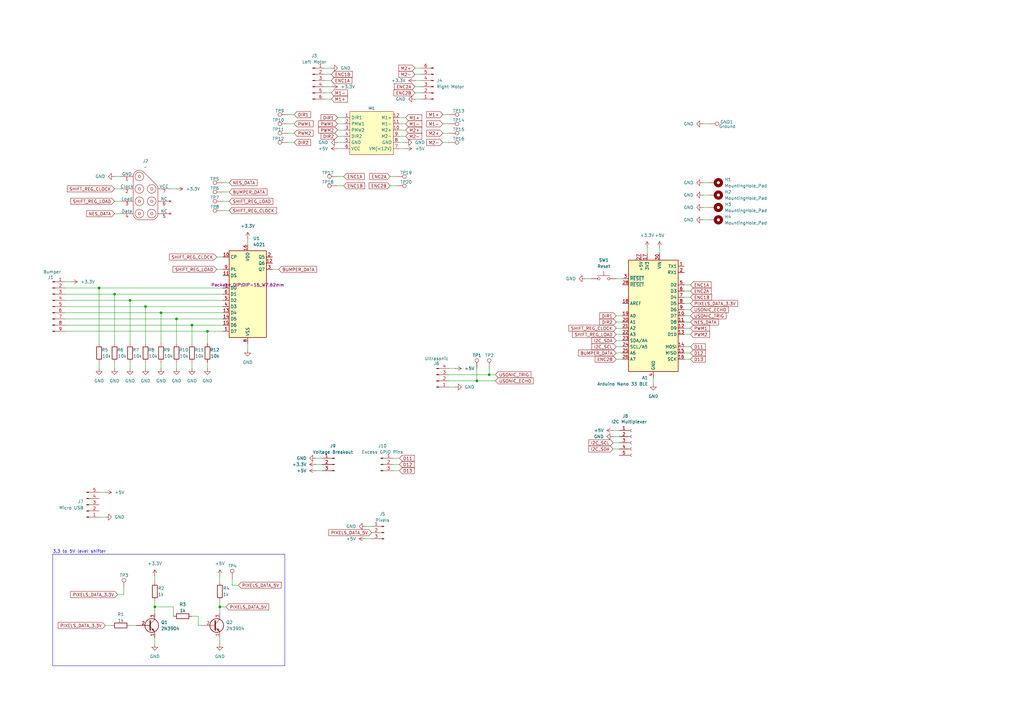
<source format=kicad_sch>
(kicad_sch (version 20231120) (generator "eeschema") (generator_version "8.0")
  (paper "A3")
  (title_block (title "A.L.I.E.N. Main Board") (date "2024-08-13") (rev "1.0") (comment 1 "Designed By: Harry Boyd"))
  (junction (at 40.64 118.11))
  (junction (at 46.99 120.65))
  (junction (at 53.34 123.19))
  (junction (at 195.58 156.21))
  (junction (at 66.04 128.27))
  (junction (at 59.69 125.73))
  (junction (at 85.09 135.89))
  (junction (at 200.66 153.67))
  (junction (at 63.5 248.92))
  (junction (at 90.17 248.92))
  (junction (at 78.74 133.35))
  (junction (at 72.39 130.81))
  (wire (pts (xy 251.46 184.15) (xy 254 184.15)))
  (wire (pts (xy 170.18 30.48) (xy 172.72 30.48)))
  (wire (pts (xy 72.39 148.59) (xy 72.39 151.13)))
  (wire (pts (xy 71.12 248.92) (xy 63.5 248.92)))
  (wire (pts (xy 170.18 33.02) (xy 172.72 33.02)))
  (wire (pts (xy 53.34 123.19) (xy 91.44 123.19)))
  (wire (pts (xy 280.67 121.92) (xy 283.21 121.92)))
  (wire (pts (xy 91.44 82.55) (xy 93.98 82.55)))
  (wire (pts (xy 46.99 120.65) (xy 91.44 120.65)))
  (wire (pts (xy 280.67 132.08) (xy 283.21 132.08)))
  (wire (pts (xy 95.25 240.03) (xy 95.25 237.49)))
  (wire (pts (xy 163.83 190.5) (xy 161.29 190.5)))
  (wire (pts (xy 111.76 110.49) (xy 114.3 110.49)))
  (wire (pts (xy 138.43 60.96) (xy 140.97 60.96)))
  (wire (pts (xy 26.67 115.57) (xy 29.21 115.57)))
  (wire (pts (xy 66.04 128.27) (xy 91.44 128.27)))
  (wire (pts (xy 170.18 38.1) (xy 172.72 38.1)))
  (wire (pts (xy 132.08 193.04) (xy 129.54 193.04)))
  (wire (pts (xy 251.46 181.61) (xy 254 181.61)))
  (wire (pts (xy 240.03 114.3) (xy 242.57 114.3)))
  (wire (pts (xy 26.67 130.81) (xy 72.39 130.81)))
  (wire (pts (xy 149.86 215.9) (xy 152.4 215.9)))
  (wire (pts (xy 184.15 151.13) (xy 186.69 151.13)))
  (wire (pts (xy 50.8 241.3) (xy 50.8 243.84)))
  (wire (pts (xy 283.21 142.24) (xy 280.67 142.24)))
  (wire (pts (xy 46.99 87.63) (xy 49.53 87.63)))
  (wire (pts (xy 251.46 176.53) (xy 254 176.53)))
  (wire (pts (xy 252.73 132.08) (xy 255.27 132.08)))
  (wire (pts (xy 280.67 134.62) (xy 283.21 134.62)))
  (wire (pts (xy 184.15 158.75) (xy 186.69 158.75)))
  (wire (pts (xy 120.65 46.99) (xy 118.11 46.99)))
  (wire (pts (xy 265.43 101.6) (xy 265.43 104.14)))
  (wire (pts (xy 181.61 58.42) (xy 184.15 58.42)))
  (wire (pts (xy 280.67 137.16) (xy 283.21 137.16)))
  (wire (pts (xy 88.9 105.41) (xy 91.44 105.41)))
  (wire (pts (xy 91.44 78.74) (xy 93.98 78.74)))
  (wire (pts (xy 53.34 123.19) (xy 53.34 140.97)))
  (wire (pts (xy 133.35 38.1) (xy 135.89 38.1)))
  (wire (pts (xy 283.21 144.78) (xy 280.67 144.78)))
  (wire (pts (xy 163.83 55.88) (xy 166.37 55.88)))
  (wire (pts (xy 85.09 135.89) (xy 91.44 135.89)))
  (wire (pts (xy 135.89 27.94) (xy 133.35 27.94)))
  (wire (pts (xy 181.61 54.61) (xy 184.15 54.61)))
  (wire (pts (xy 78.74 133.35) (xy 78.74 140.97)))
  (wire (pts (xy 251.46 179.07) (xy 254 179.07)))
  (wire (pts (xy 40.64 201.93) (xy 43.18 201.93)))
  (wire (pts (xy 101.6 140.97) (xy 101.6 143.51)))
  (wire (pts (xy 59.69 148.59) (xy 59.69 151.13)))
  (wire (pts (xy 133.35 30.48) (xy 135.89 30.48)))
  (wire (pts (xy 91.44 86.36) (xy 93.98 86.36)))
  (wire (pts (xy 72.39 130.81) (xy 72.39 140.97)))
  (wire (pts (xy 170.18 27.94) (xy 172.72 27.94)))
  (wire (pts (xy 280.67 129.54) (xy 283.21 129.54)))
  (wire (pts (xy 280.67 124.46) (xy 283.21 124.46)))
  (wire (pts (xy 72.39 130.81) (xy 91.44 130.81)))
  (wire (pts (xy 184.15 156.21) (xy 195.58 156.21)))
  (wire (pts (xy 170.18 40.64) (xy 172.72 40.64)))
  (wire (pts (xy 78.74 133.35) (xy 91.44 133.35)))
  (wire (pts (xy 66.04 148.59) (xy 66.04 151.13)))
  (wire (pts (xy 138.43 48.26) (xy 140.97 48.26)))
  (wire (pts (xy 46.99 77.47) (xy 49.53 77.47)))
  (wire (pts (xy 288.29 90.17) (xy 290.83 90.17)))
  (wire (pts (xy 59.69 125.73) (xy 91.44 125.73)))
  (wire (pts (xy 120.65 50.8) (xy 118.11 50.8)))
  (wire (pts (xy 72.39 77.47) (xy 69.85 77.47)))
  (wire (pts (xy 88.9 110.49) (xy 91.44 110.49)))
  (wire (pts (xy 252.73 144.78) (xy 255.27 144.78)))
  (wire (pts (xy 280.67 127) (xy 283.21 127)))
  (wire (pts (xy 63.5 248.92) (xy 63.5 251.46)))
  (wire (pts (xy 288.29 80.01) (xy 290.83 80.01)))
  (wire (pts (xy 26.67 125.73) (xy 59.69 125.73)))
  (wire (pts (xy 46.99 120.65) (xy 46.99 140.97)))
  (wire (pts (xy 252.73 134.62) (xy 255.27 134.62)))
  (wire (pts (xy 181.61 50.8) (xy 184.15 50.8)))
  (wire (pts (xy 181.61 46.99) (xy 184.15 46.99)))
  (wire (pts (xy 40.64 118.11) (xy 91.44 118.11)))
  (wire (pts (xy 138.43 72.39) (xy 140.97 72.39)))
  (wire (pts (xy 26.67 118.11) (xy 40.64 118.11)))
  (wire (pts (xy 63.5 264.16) (xy 63.5 261.62)))
  (wire (pts (xy 63.5 236.22) (xy 63.5 238.76)))
  (wire (pts (xy 26.67 135.89) (xy 85.09 135.89)))
  (wire (pts (xy 59.69 125.73) (xy 59.69 140.97)))
  (wire (pts (xy 48.26 243.84) (xy 50.8 243.84)))
  (wire (pts (xy 133.35 40.64) (xy 135.89 40.64)))
  (wire (pts (xy 26.67 120.65) (xy 46.99 120.65)))
  (wire (pts (xy 46.99 148.59) (xy 46.99 151.13)))
  (wire (pts (xy 97.79 240.03) (xy 95.25 240.03)))
  (wire (pts (xy 252.73 147.32) (xy 255.27 147.32)))
  (wire (pts (xy 138.43 53.34) (xy 140.97 53.34)))
  (wire (pts (xy 132.08 190.5) (xy 129.54 190.5)))
  (wire (pts (xy 288.29 50.8) (xy 290.83 50.8)))
  (wire (pts (xy 288.29 85.09) (xy 290.83 85.09)))
  (wire (pts (xy 40.64 148.59) (xy 40.64 151.13)))
  (wire (pts (xy 66.04 128.27) (xy 66.04 140.97)))
  (wire (pts (xy 26.67 123.19) (xy 53.34 123.19)))
  (wire (pts (xy 53.34 148.59) (xy 53.34 151.13)))
  (wire (pts (xy 195.58 156.21) (xy 203.2 156.21)))
  (wire (pts (xy 252.73 137.16) (xy 255.27 137.16)))
  (wire (pts (xy 91.44 74.93) (xy 93.98 74.93)))
  (wire (pts (xy 81.28 256.54) (xy 82.55 256.54)))
  (wire (pts (xy 184.15 153.67) (xy 200.66 153.67)))
  (wire (pts (xy 63.5 246.38) (xy 63.5 248.92)))
  (wire (pts (xy 101.6 97.79) (xy 101.6 100.33)))
  (wire (pts (xy 40.64 212.09) (xy 43.18 212.09)))
  (wire (pts (xy 120.65 58.42) (xy 118.11 58.42)))
  (wire (pts (xy 270.51 101.6) (xy 270.51 104.14)))
  (wire (pts (xy 85.09 148.59) (xy 85.09 151.13)))
  (wire (pts (xy 166.37 60.96) (xy 163.83 60.96)))
  (wire (pts (xy 252.73 129.54) (xy 255.27 129.54)))
  (wire (pts (xy 135.89 35.56) (xy 133.35 35.56)))
  (wire (pts (xy 163.83 187.96) (xy 161.29 187.96)))
  (wire (pts (xy 26.67 128.27) (xy 66.04 128.27)))
  (wire (pts (xy 162.56 72.39) (xy 160.02 72.39)))
  (wire (pts (xy 46.99 82.55) (xy 49.53 82.55)))
  (wire (pts (xy 280.67 116.84) (xy 283.21 116.84)))
  (wire (pts (xy 163.83 53.34) (xy 166.37 53.34)))
  (wire (pts (xy 90.17 264.16) (xy 90.17 261.62)))
  (wire (pts (xy 26.67 133.35) (xy 78.74 133.35)))
  (wire (pts (xy 252.73 139.7) (xy 255.27 139.7)))
  (wire (pts (xy 162.56 76.2) (xy 160.02 76.2)))
  (wire (pts (xy 43.18 256.54) (xy 45.72 256.54)))
  (wire (pts (xy 163.83 58.42) (xy 166.37 58.42)))
  (wire (pts (xy 166.37 48.26) (xy 163.83 48.26)))
  (wire (pts (xy 138.43 50.8) (xy 140.97 50.8)))
  (wire (pts (xy 78.74 252.73) (xy 81.28 252.73)))
  (wire (pts (xy 163.83 193.04) (xy 161.29 193.04)))
  (wire (pts (xy 203.2 153.67) (xy 200.66 153.67)))
  (wire (pts (xy 267.97 154.94) (xy 267.97 157.48)))
  (wire (pts (xy 252.73 142.24) (xy 255.27 142.24)))
  (wire (pts (xy 133.35 33.02) (xy 135.89 33.02)))
  (wire (pts (xy 163.83 50.8) (xy 166.37 50.8)))
  (wire (pts (xy 90.17 248.92) (xy 90.17 251.46)))
  (wire (pts (xy 255.27 114.3) (xy 252.73 114.3)))
  (wire (pts (xy 200.66 151.13) (xy 200.66 153.67)))
  (wire (pts (xy 120.65 54.61) (xy 118.11 54.61)))
  (wire (pts (xy 46.99 72.39) (xy 49.53 72.39)))
  (wire (pts (xy 81.28 252.73) (xy 81.28 256.54)))
  (wire (pts (xy 132.08 187.96) (xy 129.54 187.96)))
  (wire (pts (xy 92.71 248.92) (xy 90.17 248.92)))
  (wire (pts (xy 283.21 147.32) (xy 280.67 147.32)))
  (wire (pts (xy 195.58 151.13) (xy 195.58 156.21)))
  (wire (pts (xy 40.64 118.11) (xy 40.64 140.97)))
  (wire (pts (xy 90.17 246.38) (xy 90.17 248.92)))
  (wire (pts (xy 85.09 135.89) (xy 85.09 140.97)))
  (wire (pts (xy 280.67 119.38) (xy 283.21 119.38)))
  (wire (pts (xy 138.43 58.42) (xy 140.97 58.42)))
  (wire (pts (xy 149.86 220.98) (xy 152.4 220.98)))
  (wire (pts (xy 288.29 74.93) (xy 290.83 74.93)))
  (wire (pts (xy 138.43 76.2) (xy 140.97 76.2)))
  (wire (pts (xy 71.12 248.92) (xy 71.12 252.73)))
  (wire (pts (xy 78.74 148.59) (xy 78.74 151.13)))
  (wire (pts (xy 138.43 55.88) (xy 140.97 55.88)))
  (wire (pts (xy 90.17 236.22) (xy 90.17 238.76)))
  (wire (pts (xy 53.34 256.54) (xy 55.88 256.54)))
  (wire (pts (xy 170.18 35.56) (xy 172.72 35.56)))
  (rectangle (start 21.59 227.33) (end 116.84 273.05))
  (text "3.3 to 5V level shifter\n" (at 32.512 226.314 0) (effects (font (size 1.27 1.27))))
  (global_label "D12" (shape input) (at 163.83 190.5 0) (property "Intersheetrefs" "${INTERSHEET_REFS}" (effects (hide yes))))
  (global_label "PIXELS_DATA_3.3V" (shape input) (at 283.21 124.46 0) (property "Intersheetrefs" "${INTERSHEET_REFS}" (effects (hide yes))))
  (global_label "ENC1A" (shape input) (at 135.89 33.02 0) (property "Intersheetrefs" "${INTERSHEET_REFS}" (effects (hide yes))))
  (global_label "D13" (shape input) (at 283.21 147.32 0) (property "Intersheetrefs" "${INTERSHEET_REFS}" (effects (hide yes))))
  (global_label "M2+" (shape input) (at 166.37 53.34 0) (property "Intersheetrefs" "${INTERSHEET_REFS}" (effects (hide yes))))
  (global_label "DIR1" (shape input) (at 120.65 46.99 0) (property "Intersheetrefs" "${INTERSHEET_REFS}" (effects (hide yes))))
  (global_label "M2-" (shape input) (at 170.18 30.48 180) (property "Intersheetrefs" "${INTERSHEET_REFS}" (effects (hide yes))))
  (global_label "ENC2A" (shape input) (at 160.02 72.39 180) (property "Intersheetrefs" "${INTERSHEET_REFS}" (effects (hide yes))))
  (global_label "M1-" (shape input) (at 135.89 38.1 0) (property "Intersheetrefs" "${INTERSHEET_REFS}" (effects (hide yes))))
  (global_label "ENC1B" (shape input) (at 140.97 76.2 0) (property "Intersheetrefs" "${INTERSHEET_REFS}" (effects (hide yes))))
  (global_label "BUMPER_DATA" (shape input) (at 114.3 110.49 0) (property "Intersheetrefs" "${INTERSHEET_REFS}" (effects (hide yes))))
  (global_label "ENC1B" (shape input) (at 135.89 30.48 0) (property "Intersheetrefs" "${INTERSHEET_REFS}" (effects (hide yes))))
  (global_label "SHIFT_REG_CLOCK" (shape input) (at 46.99 77.47 180) (property "Intersheetrefs" "${INTERSHEET_REFS}" (effects (hide yes))))
  (global_label "I2C_SDA" (shape input) (at 252.73 139.7 180) (property "Intersheetrefs" "${INTERSHEET_REFS}" (effects (hide yes))))
  (global_label "M2+" (shape input) (at 170.18 27.94 180) (property "Intersheetrefs" "${INTERSHEET_REFS}" (effects (hide yes))))
  (global_label "M2-" (shape input) (at 166.37 55.88 0) (property "Intersheetrefs" "${INTERSHEET_REFS}" (effects (hide yes))))
  (global_label "SHIFT_REG_CLOCK" (shape input) (at 93.98 86.36 0) (property "Intersheetrefs" "${INTERSHEET_REFS}" (effects (hide yes))))
  (global_label "SHIFT_REG_LOAD" (shape input) (at 46.99 82.55 180) (property "Intersheetrefs" "${INTERSHEET_REFS}" (effects (hide yes))))
  (global_label "DIR1" (shape input) (at 252.73 129.54 180) (property "Intersheetrefs" "${INTERSHEET_REFS}" (effects (hide yes))))
  (global_label "DIR2" (shape input) (at 252.73 132.08 180) (property "Intersheetrefs" "${INTERSHEET_REFS}" (effects (hide yes))))
  (global_label "NES_DATA" (shape input) (at 283.21 132.08 0) (property "Intersheetrefs" "${INTERSHEET_REFS}" (effects (hide yes))))
  (global_label "D11" (shape input) (at 283.21 142.24 0) (property "Intersheetrefs" "${INTERSHEET_REFS}" (effects (hide yes))))
  (global_label "PWM2" (shape input) (at 120.65 54.61 0) (property "Intersheetrefs" "${INTERSHEET_REFS}" (effects (hide yes))))
  (global_label "M1-" (shape input) (at 181.61 50.8 180) (property "Intersheetrefs" "${INTERSHEET_REFS}" (effects (hide yes))))
  (global_label "NES_DATA" (shape input) (at 93.98 74.93 0) (property "Intersheetrefs" "${INTERSHEET_REFS}" (effects (hide yes))))
  (global_label "PWM2" (shape input) (at 283.21 137.16 0) (property "Intersheetrefs" "${INTERSHEET_REFS}" (effects (hide yes))))
  (global_label "PWM1" (shape input) (at 120.65 50.8 0) (property "Intersheetrefs" "${INTERSHEET_REFS}" (effects (hide yes))))
  (global_label "USONIC_TRIG" (shape input) (at 203.2 153.67 0) (property "Intersheetrefs" "${INTERSHEET_REFS}" (effects (hide yes))))
  (global_label "I2C_SCL" (shape input) (at 251.46 181.61 180) (property "Intersheetrefs" "${INTERSHEET_REFS}" (effects (hide yes))))
  (global_label "ENC1A" (shape input) (at 283.21 116.84 0) (property "Intersheetrefs" "${INTERSHEET_REFS}" (effects (hide yes))))
  (global_label "PIXELS_DATA_5V" (shape input) (at 97.79 240.03 0) (property "Intersheetrefs" "${INTERSHEET_REFS}" (effects (hide yes))))
  (global_label "SHIFT_REG_LOAD" (shape input) (at 93.98 82.55 0) (property "Intersheetrefs" "${INTERSHEET_REFS}" (effects (hide yes))))
  (global_label "SHIFT_REG_LOAD" (shape input) (at 252.73 137.16 180) (property "Intersheetrefs" "${INTERSHEET_REFS}" (effects (hide yes))))
  (global_label "ENC2B" (shape input) (at 170.18 38.1 180) (property "Intersheetrefs" "${INTERSHEET_REFS}" (effects (hide yes))))
  (global_label "M1+" (shape input) (at 166.37 48.26 0) (property "Intersheetrefs" "${INTERSHEET_REFS}" (effects (hide yes))))
  (global_label "D11" (shape input) (at 163.83 187.96 0) (property "Intersheetrefs" "${INTERSHEET_REFS}" (effects (hide yes))))
  (global_label "PIXELS_DATA_3.3V" (shape input) (at 43.18 256.54 180) (property "Intersheetrefs" "${INTERSHEET_REFS}" (effects (hide yes))))
  (global_label "USONIC_TRIG" (shape input) (at 283.21 129.54 0) (property "Intersheetrefs" "${INTERSHEET_REFS}" (effects (hide yes))))
  (global_label "ENC1A" (shape input) (at 140.97 72.39 0) (property "Intersheetrefs" "${INTERSHEET_REFS}" (effects (hide yes))))
  (global_label "SHIFT_REG_LOAD" (shape input) (at 88.9 110.49 180) (property "Intersheetrefs" "${INTERSHEET_REFS}" (effects (hide yes))))
  (global_label "PIXELS_DATA_5V" (shape input) (at 152.4 218.44 180) (property "Intersheetrefs" "${INTERSHEET_REFS}" (effects (hide yes))))
  (global_label "DIR2" (shape input) (at 120.65 58.42 0) (property "Intersheetrefs" "${INTERSHEET_REFS}" (effects (hide yes))))
  (global_label "ENC2B" (shape input) (at 252.73 147.32 180) (property "Intersheetrefs" "${INTERSHEET_REFS}" (effects (hide yes))))
  (global_label "M2+" (shape input) (at 181.61 54.61 180) (property "Intersheetrefs" "${INTERSHEET_REFS}" (effects (hide yes))))
  (global_label "ENC2A" (shape input) (at 283.21 119.38 0) (property "Intersheetrefs" "${INTERSHEET_REFS}" (effects (hide yes))))
  (global_label "D12" (shape input) (at 283.21 144.78 0) (property "Intersheetrefs" "${INTERSHEET_REFS}" (effects (hide yes))))
  (global_label "PWM1" (shape input) (at 138.43 50.8 180) (property "Intersheetrefs" "${INTERSHEET_REFS}" (effects (hide yes))))
  (global_label "USONIC_ECHO" (shape input) (at 203.2 156.21 0) (property "Intersheetrefs" "${INTERSHEET_REFS}" (effects (hide yes))))
  (global_label "ENC1B" (shape input) (at 283.21 121.92 0) (property "Intersheetrefs" "${INTERSHEET_REFS}" (effects (hide yes))))
  (global_label "M1+" (shape input) (at 181.61 46.99 180) (property "Intersheetrefs" "${INTERSHEET_REFS}" (effects (hide yes))))
  (global_label "PIXELS_DATA_3.3V" (shape input) (at 48.26 243.84 180) (property "Intersheetrefs" "${INTERSHEET_REFS}" (effects (hide yes))))
  (global_label "DIR1" (shape input) (at 138.43 48.26 180) (property "Intersheetrefs" "${INTERSHEET_REFS}" (effects (hide yes))))
  (global_label "SHIFT_REG_CLOCK" (shape input) (at 88.9 105.41 180) (property "Intersheetrefs" "${INTERSHEET_REFS}" (effects (hide yes))))
  (global_label "DIR2" (shape input) (at 138.43 55.88 180) (property "Intersheetrefs" "${INTERSHEET_REFS}" (effects (hide yes))))
  (global_label "USONIC_ECHO" (shape input) (at 283.21 127 0) (property "Intersheetrefs" "${INTERSHEET_REFS}" (effects (hide yes))))
  (global_label "M2-" (shape input) (at 181.61 58.42 180) (property "Intersheetrefs" "${INTERSHEET_REFS}" (effects (hide yes))))
  (global_label "NES_DATA" (shape input) (at 46.99 87.63 180) (property "Intersheetrefs" "${INTERSHEET_REFS}" (effects (hide yes))))
  (global_label "ENC2A" (shape input) (at 170.18 35.56 180) (property "Intersheetrefs" "${INTERSHEET_REFS}" (effects (hide yes))))
  (global_label "M1+" (shape input) (at 135.89 40.64 0) (property "Intersheetrefs" "${INTERSHEET_REFS}" (effects (hide yes))))
  (global_label "ENC2B" (shape input) (at 160.02 76.2 180) (property "Intersheetrefs" "${INTERSHEET_REFS}" (effects (hide yes))))
  (global_label "SHIFT_REG_CLOCK" (shape input) (at 252.73 134.62 180) (property "Intersheetrefs" "${INTERSHEET_REFS}" (effects (hide yes))))
  (global_label "PWM1" (shape input) (at 283.21 134.62 0) (property "Intersheetrefs" "${INTERSHEET_REFS}" (effects (hide yes))))
  (global_label "I2C_SCL" (shape input) (at 252.73 142.24 180) (property "Intersheetrefs" "${INTERSHEET_REFS}" (effects (hide yes))))
  (global_label "M1-" (shape input) (at 166.37 50.8 0) (property "Intersheetrefs" "${INTERSHEET_REFS}" (effects (hide yes))))
  (global_label "BUMPER_DATA" (shape input) (at 93.98 78.74 0) (property "Intersheetrefs" "${INTERSHEET_REFS}" (effects (hide yes))))
  (global_label "PIXELS_DATA_5V" (shape input) (at 92.71 248.92 0) (property "Intersheetrefs" "${INTERSHEET_REFS}" (effects (hide yes))))
  (global_label "D13" (shape input) (at 163.83 193.04 0) (property "Intersheetrefs" "${INTERSHEET_REFS}" (effects (hide yes))))
  (global_label "I2C_SDA" (shape input) (at 251.46 184.15 180) (property "Intersheetrefs" "${INTERSHEET_REFS}" (effects (hide yes))))
  (global_label "BUMPER_DATA" (shape input) (at 252.73 144.78 180) (property "Intersheetrefs" "${INTERSHEET_REFS}" (effects (hide yes))))
  (global_label "PWM2" (shape input) (at 138.43 53.34 180) (property "Intersheetrefs" "${INTERSHEET_REFS}" (effects (hide yes))))
  (symbol (lib_id "power:GND") (at 72.39 151.13 0) (unit 1)
    (property "Reference" "#PWR038" (effects (hide yes)))
    (property "Value" "GND" (at 72.39 156.21 0))
    (property "Description" "Power symbol creates a global label with name \"GND\" , ground" (effects (hide yes)))
  )
  (symbol (lib_id "Connector:TestPoint") (at 91.44 74.93 90) (unit 1)
    (property "Reference" "TP5" (at 89.916 73.406 90) (effects (justify left)))
    (property "Value" "TestPoint" (effects (hide yes)))
    (property "Footprint" "TestPoint:TestPoint_THTPad_D1.0mm_Drill0.5mm" (effects (hide yes)))
    (property "Description" "test point" (effects (hide yes)))
  )
  (symbol (lib_id "power:GND") (at 46.99 72.39 270) (unit 1)
    (property "Reference" "#PWR05" (effects (hide yes)))
    (property "Value" "GND" (at 43.18 72.3899 90) (effects (justify right)))
    (property "Description" "Power symbol creates a global label with name \"GND\" , ground" (effects (hide yes)))
  )
  (symbol (lib_id "power:GND") (at 59.69 151.13 0) (unit 1)
    (property "Reference" "#PWR036" (effects (hide yes)))
    (property "Value" "GND" (at 59.69 156.21 0))
    (property "Description" "Power symbol creates a global label with name \"GND\" , ground" (effects (hide yes)))
  )
  (symbol (lib_id "power:GND") (at 251.46 179.07 270) (unit 1)
    (property "Reference" "#PWR031" (effects (hide yes)))
    (property "Value" "GND" (at 247.65 179.0699 90) (effects (justify right)))
    (property "Description" "Power symbol creates a global label with name \"GND\" , ground" (effects (hide yes)))
  )
  (symbol (lib_id "4xxx:4021") (at 101.6 120.65 0) (unit 1)
    (property "Reference" "U1" (at 103.7941 97.79 0) (effects (justify left)))
    (property "Value" "4021" (at 103.7941 100.33 0) (effects (justify left)))
    (property "Footprint" "Package_DIP:DIP-16_W7.62mm" (at 101.6 116.84 0))
    (property "Datasheet" "https://assets.nexperia.com/documents/data-sheet/HEF4021B.pdf" (effects (hide yes)))
    (property "Description" "8-bit static shift register" (effects (hide yes)))
  )
  (symbol (lib_id "Connector:TestPoint") (at 195.58 151.13 0) (unit 1)
    (property "Reference" "TP1" (at 193.802 145.796 0) (effects (justify left)))
    (property "Value" "TestPoint" (effects (hide yes)))
    (property "Footprint" "TestPoint:TestPoint_THTPad_D1.0mm_Drill0.5mm" (effects (hide yes)))
    (property "Description" "test point" (effects (hide yes)))
  )
  (symbol (lib_id "Connector:TestPoint") (at 290.83 50.8 270) (unit 1)
    (property "Reference" "GND1" (at 295.402 50.038 90) (effects (justify left)))
    (property "Value" "Ground" (at 294.894 51.816 90) (effects (justify left)))
    (property "Footprint" "TestPoint:TestPoint_Bridge_Pitch2.54mm_Drill0.7mm" (effects (hide yes)))
    (property "Description" "test point" (effects (hide yes)))
  )
  (symbol (lib_id "Device:R") (at 85.09 144.78 0) (unit 1)
    (property "Reference" "R12" (at 86.106 143.51 0) (effects (justify left)))
    (property "Value" "10k" (at 86.36 146.05 0) (effects (justify left)))
    (property "Footprint" "Resistor_SMD:R_0402_1005Metric_Pad0.72x0.64mm_HandSolder" (effects (hide yes)))
    (property "Description" "Resistor" (effects (hide yes)))
  )
  (symbol (lib_id "power:+3.3V") (at 101.6 97.79 0) (unit 1)
    (property "Reference" "#PWR02" (effects (hide yes)))
    (property "Value" "+3.3V" (at 101.6 92.71 0))
    (property "Description" "Power symbol creates a global label with name \"+3.3V\"" (effects (hide yes)))
  )
  (symbol (lib_id "power:+3.3V") (at 265.43 101.6 0) (unit 1)
    (property "Reference" "#PWR023" (effects (hide yes)))
    (property "Value" "+3.3V" (at 265.43 96.52 0))
    (property "Description" "Power symbol creates a global label with name \"+3.3V\"" (effects (hide yes)))
  )
  (symbol (lib_id "Connector:Conn_01x06_Pin") (at 177.8 35.56 180) (unit 1)
    (property "Reference" "J4" (at 179.07 33.0199 0) (effects (justify right)))
    (property "Value" "Right Motor" (at 179.07 35.5599 0) (effects (justify right)))
    (property "Footprint" "Connector_PinHeader_2.54mm:PinHeader_1x06_P2.54mm_Horizontal" (effects (hide yes)))
    (property "Description" "Generic connector, single row, 01x06, script generated" (effects (hide yes)))
  )
  (symbol (lib_id "Connector:Conn_01x06_Pin") (at 128.27 33.02 0) (unit 1)
    (property "Reference" "J3" (at 128.905 22.86 0))
    (property "Value" "Left Motor" (at 128.905 25.4 0))
    (property "Footprint" "Connector_PinHeader_2.54mm:PinHeader_1x06_P2.54mm_Horizontal" (effects (hide yes)))
    (property "Description" "Generic connector, single row, 01x06, script generated" (effects (hide yes)))
  )
  (symbol (lib_id "power:+3.3V") (at 72.39 77.47 270) (unit 1)
    (property "Reference" "#PWR01" (effects (hide yes)))
    (property "Value" "+3.3V" (at 76.2 77.4699 90) (effects (justify left)))
    (property "Description" "Power symbol creates a global label with name \"+3.3V\"" (effects (hide yes)))
  )
  (symbol (lib_id "power:GND") (at 90.17 264.16 0) (unit 1)
    (property "Reference" "#PWR026" (effects (hide yes)))
    (property "Value" "GND" (at 90.17 269.24 0))
    (property "Description" "Power symbol creates a global label with name \"GND\" , ground" (effects (hide yes)))
  )
  (symbol (lib_id "Connector:Conn_01x05_Pin") (at 35.56 207.01 0) (mirror x) (unit 1)
    (property "Reference" "J7" (at 34.29 205.7399 0) (effects (justify right)))
    (property "Value" "Micro USB" (at 34.29 208.2799 0) (effects (justify right)))
    (property "Footprint" "Adafruit_1833_Shield:Adafruit_1833_Shield" (effects (hide yes)))
    (property "Description" "Generic connector, single row, 01x05, script generated" (effects (hide yes)))
  )
  (symbol (lib_id "Connector:TestPoint") (at 162.56 76.2 270) (mirror x) (unit 1)
    (property "Reference" "TP20" (at 164.084 74.676 90) (effects (justify left)))
    (property "Value" "TestPoint" (effects (hide yes)))
    (property "Footprint" "TestPoint:TestPoint_THTPad_D1.0mm_Drill0.5mm" (effects (hide yes)))
    (property "Description" "test point" (effects (hide yes)))
  )
  (symbol (lib_id "Connector:Conn_01x03_Pin") (at 157.48 218.44 0) (mirror y) (unit 1)
    (property "Reference" "J5" (at 156.845 210.82 0))
    (property "Value" "Pixels" (at 156.845 213.36 0))
    (property "Footprint" "Connector_PinHeader_2.54mm:PinHeader_1x03_P2.54mm_Vertical" (effects (hide yes)))
    (property "Description" "Generic connector, single row, 01x03, script generated" (effects (hide yes)))
  )
  (symbol (lib_id "power:GND") (at 40.64 151.13 0) (unit 1)
    (property "Reference" "#PWR033" (effects (hide yes)))
    (property "Value" "GND" (at 40.64 156.21 0))
    (property "Description" "Power symbol creates a global label with name \"GND\" , ground" (effects (hide yes)))
  )
  (symbol (lib_id "power:GND") (at 43.18 212.09 90) (unit 1)
    (property "Reference" "#PWR018" (effects (hide yes)))
    (property "Value" "GND" (at 46.99 212.0899 90) (effects (justify right)))
    (property "Description" "Power symbol creates a global label with name \"GND\" , ground" (effects (hide yes)))
  )
  (symbol (lib_id "power:+3.3V") (at 63.5 236.22 0) (unit 1)
    (property "Reference" "#PWR029" (effects (hide yes)))
    (property "Value" "+3.3V" (at 63.5 231.14 0))
    (property "Description" "Power symbol creates a global label with name \"+3.3V\"" (effects (hide yes)))
  )
  (symbol (lib_id "power:+5V") (at 166.37 60.96 270) (unit 1)
    (property "Reference" "#PWR021" (effects (hide yes)))
    (property "Value" "+5V" (at 170.18 60.9599 90) (effects (justify left)))
    (property "Description" "Power symbol creates a global label with name \"+5V\"" (effects (hide yes)))
  )
  (symbol (lib_id "power:GND") (at 85.09 151.13 0) (unit 1)
    (property "Reference" "#PWR040" (effects (hide yes)))
    (property "Value" "GND" (at 85.09 156.21 0))
    (property "Description" "Power symbol creates a global label with name \"GND\" , ground" (effects (hide yes)))
  )
  (symbol (lib_id "Device:R") (at 53.34 144.78 0) (unit 1)
    (property "Reference" "R7" (at 54.356 143.51 0) (effects (justify left)))
    (property "Value" "10k" (at 54.61 146.05 0) (effects (justify left)))
    (property "Footprint" "Resistor_SMD:R_0402_1005Metric_Pad0.72x0.64mm_HandSolder" (effects (hide yes)))
    (property "Description" "Resistor" (effects (hide yes)))
  )
  (symbol (lib_id "Connector:TestPoint") (at 118.11 58.42 90) (unit 1)
    (property "Reference" "TP12" (at 116.586 56.896 90) (effects (justify left)))
    (property "Value" "TestPoint" (effects (hide yes)))
    (property "Footprint" "TestPoint:TestPoint_THTPad_D1.0mm_Drill0.5mm" (effects (hide yes)))
    (property "Description" "test point" (effects (hide yes)))
  )
  (symbol (lib_id "power:+5V") (at 270.51 101.6 0) (unit 1)
    (property "Reference" "#PWR022" (effects (hide yes)))
    (property "Value" "+5V" (at 270.51 96.52 0))
    (property "Description" "Power symbol creates a global label with name \"+5V\"" (effects (hide yes)))
  )
  (symbol (lib_id "Connector:TestPoint") (at 184.15 54.61 270) (mirror x) (unit 1)
    (property "Reference" "TP15" (at 185.674 53.086 90) (effects (justify left)))
    (property "Value" "TestPoint" (effects (hide yes)))
    (property "Footprint" "TestPoint:TestPoint_THTPad_D1.0mm_Drill0.5mm" (effects (hide yes)))
    (property "Description" "test point" (effects (hide yes)))
  )
  (symbol (lib_id "Device:R") (at 49.53 256.54 270) (unit 1)
    (property "Reference" "R1" (at 49.53 251.968 90))
    (property "Value" "1k" (at 49.53 254.508 90))
    (property "Footprint" "Resistor_SMD:R_0402_1005Metric_Pad0.72x0.64mm_HandSolder" (effects (hide yes)))
    (property "Description" "Resistor" (effects (hide yes)))
  )
  (symbol (lib_id "power:GND") (at 78.74 151.13 0) (unit 1)
    (property "Reference" "#PWR039" (effects (hide yes)))
    (property "Value" "GND" (at 78.74 156.21 0))
    (property "Description" "Power symbol creates a global label with name \"GND\" , ground" (effects (hide yes)))
  )
  (symbol (lib_id "Connector:TestPoint") (at 138.43 72.39 90) (unit 1)
    (property "Reference" "TP17" (at 136.906 70.866 90) (effects (justify left)))
    (property "Value" "TestPoint" (effects (hide yes)))
    (property "Footprint" "TestPoint:TestPoint_THTPad_D1.0mm_Drill0.5mm" (effects (hide yes)))
    (property "Description" "test point" (effects (hide yes)))
  )
  (symbol (lib_id "power:GND") (at 240.03 114.3 270) (unit 1)
    (property "Reference" "#PWR032" (effects (hide yes)))
    (property "Value" "GND" (at 236.22 114.2999 90) (effects (justify right)))
    (property "Description" "Power symbol creates a global label with name \"GND\" , ground" (effects (hide yes)))
  )
  (symbol (lib_id "Connector:Conn_01x04_Pin") (at 179.07 156.21 0) (mirror x) (unit 1)
    (property "Reference" "J6" (at 179.07 149.098 0))
    (property "Value" "Ultrasonic" (at 179.07 147.066 0))
    (property "Footprint" "Connector_PinHeader_2.54mm:PinHeader_1x04_P2.54mm_Horizontal" (effects (hide yes)))
    (property "Description" "Generic connector, single row, 01x04, script generated" (effects (hide yes)))
  )
  (symbol (lib_id "power:GND") (at 288.29 85.09 270) (unit 1)
    (property "Reference" "#PWR010" (effects (hide yes)))
    (property "Value" "GND" (at 284.48 85.0899 90) (effects (justify right)))
    (property "Description" "Power symbol creates a global label with name \"GND\" , ground" (effects (hide yes)))
  )
  (symbol (lib_id "Device:R") (at 46.99 144.78 0) (unit 1)
    (property "Reference" "R6" (at 48.006 143.51 0) (effects (justify left)))
    (property "Value" "10k" (at 48.26 146.05 0) (effects (justify left)))
    (property "Footprint" "Resistor_SMD:R_0402_1005Metric_Pad0.72x0.64mm_HandSolder" (effects (hide yes)))
    (property "Description" "Resistor" (effects (hide yes)))
  )
  (symbol (lib_id "power:GND") (at 166.37 58.42 90) (unit 1)
    (property "Reference" "#PWR07" (effects (hide yes)))
    (property "Value" "GND" (at 170.18 58.4199 90) (effects (justify right)))
    (property "Description" "Power symbol creates a global label with name \"GND\" , ground" (effects (hide yes)))
  )
  (symbol (lib_id "power:GND") (at 186.69 158.75 90) (unit 1)
    (property "Reference" "#PWR016" (effects (hide yes)))
    (property "Value" "GND" (at 190.5 158.7499 90) (effects (justify right)))
    (property "Description" "Power symbol creates a global label with name \"GND\" , ground" (effects (hide yes)))
  )
  (symbol (lib_id "Connector:TestPoint") (at 184.15 46.99 270) (mirror x) (unit 1)
    (property "Reference" "TP13" (at 185.674 45.466 90) (effects (justify left)))
    (property "Value" "TestPoint" (effects (hide yes)))
    (property "Footprint" "TestPoint:TestPoint_THTPad_D1.0mm_Drill0.5mm" (effects (hide yes)))
    (property "Description" "test point" (effects (hide yes)))
  )
  (symbol (lib_id "Mechanical:MountingHole_Pad") (at 293.37 90.17 270) (unit 1) (exclude_from_sim yes) (in_bom no)
    (property "Reference" "H4" (at 297.18 88.8999 90) (effects (justify left)))
    (property "Value" "MountingHole_Pad" (at 297.18 91.4399 90) (effects (justify left)))
    (property "Footprint" "MountingHole:MountingHole_2.7mm_M2.5_Pad" (effects (hide yes)))
    (property "Description" "Mounting Hole with connection" (effects (hide yes)))
  )
  (symbol (lib_id "Connector:TestPoint") (at 200.66 151.13 0) (unit 1)
    (property "Reference" "TP2" (at 198.882 145.796 0) (effects (justify left)))
    (property "Value" "TestPoint" (effects (hide yes)))
    (property "Footprint" "TestPoint:TestPoint_THTPad_D1.0mm_Drill0.5mm" (effects (hide yes)))
    (property "Description" "test point" (effects (hide yes)))
  )
  (symbol (lib_id "Connector:Conn_01x03_Pin") (at 137.16 190.5 0) (mirror y) (unit 1)
    (property "Reference" "J9" (at 136.525 182.88 0))
    (property "Value" "Voltage Breakout" (at 136.525 185.42 0))
    (property "Footprint" "Connector_PinHeader_2.54mm:PinHeader_1x03_P2.54mm_Vertical" (effects (hide yes)))
    (property "Description" "Generic connector, single row, 01x03, script generated" (effects (hide yes)))
  )
  (symbol (lib_id "power:+3.3V") (at 170.18 33.02 90) (unit 1)
    (property "Reference" "#PWR015" (effects (hide yes)))
    (property "Value" "+3.3V" (at 166.37 33.0199 90) (effects (justify left)))
    (property "Description" "Power symbol creates a global label with name \"+3.3V\"" (effects (hide yes)))
  )
  (symbol (lib_id "Connector:TestPoint") (at 50.8 241.3 0) (unit 1)
    (property "Reference" "TP3" (at 49.022 235.966 0) (effects (justify left)))
    (property "Value" "TestPoint" (effects (hide yes)))
    (property "Footprint" "TestPoint:TestPoint_THTPad_D1.0mm_Drill0.5mm" (effects (hide yes)))
    (property "Description" "test point" (effects (hide yes)))
  )
  (symbol (lib_id "Device:R") (at 90.17 242.57 0) (unit 1)
    (property "Reference" "R4" (at 91.44 241.3 0) (effects (justify left)))
    (property "Value" "1k" (at 91.44 243.84 0) (effects (justify left)))
    (property "Footprint" "Resistor_SMD:R_0402_1005Metric_Pad0.72x0.64mm_HandSolder" (effects (hide yes)))
    (property "Description" "Resistor" (effects (hide yes)))
  )
  (symbol (lib_id "power:GND") (at 46.99 151.13 0) (unit 1)
    (property "Reference" "#PWR034" (effects (hide yes)))
    (property "Value" "GND" (at 46.99 156.21 0))
    (property "Description" "Power symbol creates a global label with name \"GND\" , ground" (effects (hide yes)))
  )
  (symbol (lib_id "power:GND") (at 101.6 143.51 0) (unit 1)
    (property "Reference" "#PWR03" (effects (hide yes)))
    (property "Value" "GND" (at 101.6 148.59 0))
    (property "Description" "Power symbol creates a global label with name \"GND\" , ground" (effects (hide yes)))
  )
  (symbol (lib_id "DFRobot_DC_Motor_Driver_Shield:DFRobot_DC_Motor_Driver_Shield") (at 152.4 49.53 0) (unit 1)
    (property "Reference" "M1" (at 152.4 44.45 0))
    (property "Value" "~" (at 152.4 44.45 0))
    (property "Footprint" "DFRobot_DC_Motor_Driver_Shield:DFRobot_DC_Motor_Driver_Shield" (effects (hide yes)))
  )
  (symbol (lib_id "Connector:TestPoint") (at 91.44 78.74 90) (unit 1)
    (property "Reference" "TP6" (at 89.916 77.216 90) (effects (justify left)))
    (property "Value" "TestPoint" (effects (hide yes)))
    (property "Footprint" "TestPoint:TestPoint_THTPad_D1.0mm_Drill0.5mm" (effects (hide yes)))
    (property "Description" "test point" (effects (hide yes)))
  )
  (symbol (lib_id "MCU_Module:Arduino_Nano_Every") (at 267.97 129.54 0) (mirror y) (unit 1)
    (property "Reference" "A1" (at 265.7759 154.94 0) (effects (justify left)))
    (property "Value" "Arduino Nano 33 BLE" (at 265.7759 157.48 0) (effects (justify left)))
    (property "Footprint" "Module:Arduino_Nano" (effects (hide yes)))
    (property "Datasheet" "https://content.arduino.cc/assets/NANOEveryV3.0_sch.pdf" (effects (hide yes)))
    (property "Description" "Arduino Nano Every" (effects (hide yes)))
  )
  (symbol (lib_id "power:GND") (at 138.43 58.42 270) (unit 1)
    (property "Reference" "#PWR06" (effects (hide yes)))
    (property "Value" "GND" (at 134.62 58.4199 90) (effects (justify right)))
    (property "Description" "Power symbol creates a global label with name \"GND\" , ground" (effects (hide yes)))
  )
  (symbol (lib_id "power:+5V") (at 138.43 60.96 90) (unit 1)
    (property "Reference" "#PWR020" (effects (hide yes)))
    (property "Value" "+5V" (at 134.62 60.9599 90) (effects (justify left)))
    (property "Description" "Power symbol creates a global label with name \"+5V\"" (effects (hide yes)))
  )
  (symbol (lib_id "Transistor_BJT:2N3904") (at 87.63 256.54 0) (unit 1)
    (property "Reference" "Q2" (at 92.71 255.2699 0) (effects (justify left)))
    (property "Value" "2N3904" (at 92.71 257.8099 0) (effects (justify left)))
    (property "Footprint" "Package_TO_SOT_THT:TO-92_Inline" (effects (hide yes)))
    (property "Datasheet" "https://www.onsemi.com/pub/Collateral/2N3903-D.PDF" (effects (hide yes)))
    (property "Description" "0.2A Ic, 40V Vce, Small Signal NPN Transistor, TO-92" (effects (hide yes)))
  )
  (symbol (lib_id "power:GND") (at 288.29 50.8 270) (unit 1)
    (property "Reference" "#PWR045" (effects (hide yes)))
    (property "Value" "GND" (at 284.48 50.7999 90) (effects (justify right)))
    (property "Description" "Power symbol creates a global label with name \"GND\" , ground" (effects (hide yes)))
  )
  (symbol (lib_id "power:+5V") (at 129.54 193.04 90) (unit 1)
    (property "Reference" "#PWR042" (effects (hide yes)))
    (property "Value" "+5V" (at 125.73 193.0399 90) (effects (justify left)))
    (property "Description" "Power symbol creates a global label with name \"+5V\"" (effects (hide yes)))
  )
  (symbol (lib_id "power:GND") (at 170.18 40.64 270) (unit 1)
    (property "Reference" "#PWR014" (effects (hide yes)))
    (property "Value" "GND" (at 166.37 40.6399 90) (effects (justify right)))
    (property "Description" "Power symbol creates a global label with name \"GND\" , ground" (effects (hide yes)))
  )
  (symbol (lib_id "power:GND") (at 53.34 151.13 0) (unit 1)
    (property "Reference" "#PWR035" (effects (hide yes)))
    (property "Value" "GND" (at 53.34 156.21 0))
    (property "Description" "Power symbol creates a global label with name \"GND\" , ground" (effects (hide yes)))
  )
  (symbol (lib_id "power:+3.3V") (at 129.54 190.5 90) (unit 1)
    (property "Reference" "#PWR04" (effects (hide yes)))
    (property "Value" "+3.3V" (at 125.73 190.4999 90) (effects (justify left)))
    (property "Description" "Power symbol creates a global label with name \"+3.3V\"" (effects (hide yes)))
  )
  (symbol (lib_id "power:GND") (at 63.5 264.16 0) (unit 1)
    (property "Reference" "#PWR027" (effects (hide yes)))
    (property "Value" "GND" (at 63.5 269.24 0))
    (property "Description" "Power symbol creates a global label with name \"GND\" , ground" (effects (hide yes)))
  )
  (symbol (lib_id "power:GND") (at 135.89 27.94 90) (unit 1)
    (property "Reference" "#PWR012" (effects (hide yes)))
    (property "Value" "GND" (at 139.7 27.9399 90) (effects (justify right)))
    (property "Description" "Power symbol creates a global label with name \"GND\" , ground" (effects (hide yes)))
  )
  (symbol (lib_id "power:GND") (at 66.04 151.13 0) (unit 1)
    (property "Reference" "#PWR037" (effects (hide yes)))
    (property "Value" "GND" (at 66.04 156.21 0))
    (property "Description" "Power symbol creates a global label with name \"GND\" , ground" (effects (hide yes)))
  )
  (symbol (lib_id "power:GND") (at 288.29 74.93 270) (unit 1)
    (property "Reference" "#PWR08" (effects (hide yes)))
    (property "Value" "GND" (at 284.48 74.9299 90) (effects (justify right)))
    (property "Description" "Power symbol creates a global label with name \"GND\" , ground" (effects (hide yes)))
  )
  (symbol (lib_id "power:GND") (at 288.29 90.17 270) (unit 1)
    (property "Reference" "#PWR011" (effects (hide yes)))
    (property "Value" "GND" (at 284.48 90.1699 90) (effects (justify right)))
    (property "Description" "Power symbol creates a global label with name \"GND\" , ground" (effects (hide yes)))
  )
  (symbol (lib_id "Connector:TestPoint") (at 91.44 82.55 90) (unit 1)
    (property "Reference" "TP7" (at 89.916 81.026 90) (effects (justify left)))
    (property "Value" "TestPoint" (effects (hide yes)))
    (property "Footprint" "TestPoint:TestPoint_THTPad_D1.0mm_Drill0.5mm" (effects (hide yes)))
    (property "Description" "test point" (effects (hide yes)))
  )
  (symbol (lib_id "Connector:TestPoint") (at 162.56 72.39 270) (mirror x) (unit 1)
    (property "Reference" "TP19" (at 164.084 70.866 90) (effects (justify left)))
    (property "Value" "TestPoint" (effects (hide yes)))
    (property "Footprint" "TestPoint:TestPoint_THTPad_D1.0mm_Drill0.5mm" (effects (hide yes)))
    (property "Description" "test point" (effects (hide yes)))
  )
  (symbol (lib_id "Connector:TestPoint") (at 184.15 58.42 270) (mirror x) (unit 1)
    (property "Reference" "TP16" (at 185.674 56.896 90) (effects (justify left)))
    (property "Value" "TestPoint" (effects (hide yes)))
    (property "Footprint" "TestPoint:TestPoint_THTPad_D1.0mm_Drill0.5mm" (effects (hide yes)))
    (property "Description" "test point" (effects (hide yes)))
  )
  (symbol (lib_id "Connector:TestPoint") (at 95.25 237.49 0) (unit 1)
    (property "Reference" "TP4" (at 93.472 232.156 0) (effects (justify left)))
    (property "Value" "TestPoint" (effects (hide yes)))
    (property "Footprint" "TestPoint:TestPoint_THTPad_D1.0mm_Drill0.5mm" (effects (hide yes)))
    (property "Description" "test point" (effects (hide yes)))
  )
  (symbol (lib_id "Connector:TestPoint") (at 118.11 46.99 90) (unit 1)
    (property "Reference" "TP9" (at 116.586 45.466 90) (effects (justify left)))
    (property "Value" "TestPoint" (effects (hide yes)))
    (property "Footprint" "TestPoint:TestPoint_THTPad_D1.0mm_Drill0.5mm" (effects (hide yes)))
    (property "Description" "test point" (effects (hide yes)))
  )
  (symbol (lib_id "power:+5V") (at 186.69 151.13 270) (unit 1)
    (property "Reference" "#PWR017" (effects (hide yes)))
    (property "Value" "+5V" (at 190.5 151.1299 90) (effects (justify left)))
    (property "Description" "Power symbol creates a global label with name \"+5V\"" (effects (hide yes)))
  )
  (symbol (lib_id "Device:R") (at 63.5 242.57 0) (unit 1)
    (property "Reference" "R2" (at 64.77 241.3 0) (effects (justify left)))
    (property "Value" "1k" (at 64.77 243.84 0) (effects (justify left)))
    (property "Footprint" "Resistor_SMD:R_0402_1005Metric_Pad0.72x0.64mm_HandSolder" (effects (hide yes)))
    (property "Description" "Resistor" (effects (hide yes)))
  )
  (symbol (lib_id "Mechanical:MountingHole_Pad") (at 293.37 85.09 270) (unit 1) (exclude_from_sim yes) (in_bom no)
    (property "Reference" "H3" (at 297.18 83.8199 90) (effects (justify left)))
    (property "Value" "MountingHole_Pad" (at 297.18 86.3599 90) (effects (justify left)))
    (property "Footprint" "MountingHole:MountingHole_2.7mm_M2.5_Pad" (effects (hide yes)))
    (property "Description" "Mounting Hole with connection" (effects (hide yes)))
  )
  (symbol (lib_id "NES_Controller_Port:NES_Controller_Port") (at 59.69 80.01 0) (unit 1)
    (property "Reference" "J2" (at 59.69 66.04 0))
    (property "Value" "~" (at 59.69 68.58 0))
    (property "Footprint" "NES_Controller_Port:NES_Controller_Port" (effects (hide yes)))
    (property "Datasheet" "https://github.com/HBoyd255/nes-controller-port" (effects (hide yes)))
  )
  (symbol (lib_id "Device:R") (at 72.39 144.78 0) (unit 1)
    (property "Reference" "R10" (at 73.406 143.51 0) (effects (justify left)))
    (property "Value" "10k" (at 73.66 146.05 0) (effects (justify left)))
    (property "Footprint" "Resistor_SMD:R_0402_1005Metric_Pad0.72x0.64mm_HandSolder" (effects (hide yes)))
    (property "Description" "Resistor" (effects (hide yes)))
  )
  (symbol (lib_id "power:GND") (at 129.54 187.96 270) (unit 1)
    (property "Reference" "#PWR041" (effects (hide yes)))
    (property "Value" "GND" (at 125.73 187.9599 90) (effects (justify right)))
    (property "Description" "Power symbol creates a global label with name \"GND\" , ground" (effects (hide yes)))
  )
  (symbol (lib_id "Mechanical:MountingHole_Pad") (at 293.37 74.93 270) (unit 1) (exclude_from_sim yes) (in_bom no)
    (property "Reference" "H1" (at 297.18 73.6599 90) (effects (justify left)))
    (property "Value" "MountingHole_Pad" (at 297.18 76.1999 90) (effects (justify left)))
    (property "Footprint" "MountingHole:MountingHole_2.7mm_M2.5_Pad" (effects (hide yes)))
    (property "Description" "Mounting Hole with connection" (effects (hide yes)))
  )
  (symbol (lib_id "Mechanical:MountingHole_Pad") (at 293.37 80.01 270) (unit 1) (exclude_from_sim yes) (in_bom no)
    (property "Reference" "H2" (at 297.18 78.7399 90) (effects (justify left)))
    (property "Value" "MountingHole_Pad" (at 297.18 81.2799 90) (effects (justify left)))
    (property "Footprint" "MountingHole:MountingHole_2.7mm_M2.5_Pad" (effects (hide yes)))
    (property "Description" "Mounting Hole with connection" (effects (hide yes)))
  )
  (symbol (lib_id "Connector:TestPoint") (at 118.11 50.8 90) (unit 1)
    (property "Reference" "TP10" (at 116.586 49.276 90) (effects (justify left)))
    (property "Value" "TestPoint" (effects (hide yes)))
    (property "Footprint" "TestPoint:TestPoint_THTPad_D1.0mm_Drill0.5mm" (effects (hide yes)))
    (property "Description" "test point" (effects (hide yes)))
  )
  (symbol (lib_id "power:+5V") (at 251.46 176.53 90) (unit 1)
    (property "Reference" "#PWR030" (effects (hide yes)))
    (property "Value" "+5V" (at 247.65 176.5299 90) (effects (justify left)))
    (property "Description" "Power symbol creates a global label with name \"+5V\"" (effects (hide yes)))
  )
  (symbol (lib_id "power:+5V") (at 90.17 236.22 0) (unit 1)
    (property "Reference" "#PWR028" (effects (hide yes)))
    (property "Value" "+5V" (at 90.17 231.14 0))
    (property "Description" "Power symbol creates a global label with name \"+5V\"" (effects (hide yes)))
  )
  (symbol (lib_id "Connector:TestPoint") (at 91.44 86.36 90) (unit 1)
    (property "Reference" "TP8" (at 89.916 84.836 90) (effects (justify left)))
    (property "Value" "TestPoint" (effects (hide yes)))
    (property "Footprint" "TestPoint:TestPoint_THTPad_D1.0mm_Drill0.5mm" (effects (hide yes)))
    (property "Description" "test point" (effects (hide yes)))
  )
  (symbol (lib_id "Transistor_BJT:2N3904") (at 60.96 256.54 0) (unit 1)
    (property "Reference" "Q1" (at 66.04 255.2699 0) (effects (justify left)))
    (property "Value" "2N3904" (at 66.04 257.8099 0) (effects (justify left)))
    (property "Footprint" "Package_TO_SOT_THT:TO-92_Inline" (effects (hide yes)))
    (property "Datasheet" "https://www.onsemi.com/pub/Collateral/2N3903-D.PDF" (effects (hide yes)))
    (property "Description" "0.2A Ic, 40V Vce, Small Signal NPN Transistor, TO-92" (effects (hide yes)))
  )
  (symbol (lib_id "Device:R") (at 78.74 144.78 0) (unit 1)
    (property "Reference" "R11" (at 79.756 143.51 0) (effects (justify left)))
    (property "Value" "10k" (at 80.01 146.05 0) (effects (justify left)))
    (property "Footprint" "Resistor_SMD:R_0402_1005Metric_Pad0.72x0.64mm_HandSolder" (effects (hide yes)))
    (property "Description" "Resistor" (effects (hide yes)))
  )
  (symbol (lib_id "Connector:TestPoint") (at 184.15 50.8 270) (mirror x) (unit 1)
    (property "Reference" "TP14" (at 185.674 49.276 90) (effects (justify left)))
    (property "Value" "TestPoint" (effects (hide yes)))
    (property "Footprint" "TestPoint:TestPoint_THTPad_D1.0mm_Drill0.5mm" (effects (hide yes)))
    (property "Description" "test point" (effects (hide yes)))
  )
  (symbol (lib_id "Device:R") (at 59.69 144.78 0) (unit 1)
    (property "Reference" "R8" (at 60.706 143.51 0) (effects (justify left)))
    (property "Value" "10k" (at 60.96 146.05 0) (effects (justify left)))
    (property "Footprint" "Resistor_SMD:R_0402_1005Metric_Pad0.72x0.64mm_HandSolder" (effects (hide yes)))
    (property "Description" "Resistor" (effects (hide yes)))
  )
  (symbol (lib_id "power:GND") (at 288.29 80.01 270) (unit 1)
    (property "Reference" "#PWR09" (effects (hide yes)))
    (property "Value" "GND" (at 284.48 80.0099 90) (effects (justify right)))
    (property "Description" "Power symbol creates a global label with name \"GND\" , ground" (effects (hide yes)))
  )
  (symbol (lib_id "power:GND") (at 149.86 215.9 270) (unit 1)
    (property "Reference" "#PWR024" (effects (hide yes)))
    (property "Value" "GND" (at 146.05 215.8999 90) (effects (justify right)))
    (property "Description" "Power symbol creates a global label with name \"GND\" , ground" (effects (hide yes)))
  )
  (symbol (lib_id "power:GND") (at 267.97 157.48 0) (unit 1)
    (property "Reference" "#PWR044" (effects (hide yes)))
    (property "Value" "GND" (at 267.97 162.56 0))
    (property "Description" "Power symbol creates a global label with name \"GND\" , ground" (effects (hide yes)))
  )
  (symbol (lib_id "Connector:TestPoint") (at 118.11 54.61 90) (unit 1)
    (property "Reference" "TP11" (at 116.586 53.086 90) (effects (justify left)))
    (property "Value" "TestPoint" (effects (hide yes)))
    (property "Footprint" "TestPoint:TestPoint_THTPad_D1.0mm_Drill0.5mm" (effects (hide yes)))
    (property "Description" "test point" (effects (hide yes)))
  )
  (symbol (lib_id "power:+5V") (at 149.86 220.98 90) (unit 1)
    (property "Reference" "#PWR025" (effects (hide yes)))
    (property "Value" "+5V" (at 146.05 220.9799 90) (effects (justify left)))
    (property "Description" "Power symbol creates a global label with name \"+5V\"" (effects (hide yes)))
  )
  (symbol (lib_id "Connector:Conn_01x09_Pin") (at 21.59 125.73 0) (unit 1)
    (property "Reference" "J1" (at 20.828 113.792 0))
    (property "Value" "Bumper " (at 21.844 111.506 0))
    (property "Footprint" "Connector_PinHeader_2.54mm:PinHeader_1x09_P2.54mm_Horizontal" (effects (hide yes)))
    (property "Description" "Generic connector, single row, 01x09, script generated" (effects (hide yes)))
  )
  (symbol (lib_id "Connector:Conn_01x05_Socket") (at 259.08 181.61 0) (unit 1)
    (property "Reference" "J8" (at 255.27 170.688 0) (effects (justify left)))
    (property "Value" "I2C Multiplexer" (at 250.698 172.974 0) (effects (justify left)))
    (property "Footprint" "Adafruit_5664_Shield:Adafruit_5664_Shield" (effects (hide yes)))
    (property "Description" "Generic connector, single row, 01x05, script generated" (effects (hide yes)))
  )
  (symbol (lib_id "Device:R") (at 66.04 144.78 0) (unit 1)
    (property "Reference" "R9" (at 67.056 143.51 0) (effects (justify left)))
    (property "Value" "10k" (at 67.31 146.05 0) (effects (justify left)))
    (property "Footprint" "Resistor_SMD:R_0402_1005Metric_Pad0.72x0.64mm_HandSolder" (effects (hide yes)))
    (property "Description" "Resistor" (effects (hide yes)))
  )
  (symbol (lib_id "Device:R") (at 74.93 252.73 90) (unit 1)
    (property "Reference" "R3" (at 74.93 247.904 90))
    (property "Value" "1k" (at 74.93 250.444 90))
    (property "Footprint" "Resistor_SMD:R_0402_1005Metric_Pad0.72x0.64mm_HandSolder" (effects (hide yes)))
    (property "Description" "Resistor" (effects (hide yes)))
  )
  (symbol (lib_id "Device:R") (at 40.64 144.78 0) (unit 1)
    (property "Reference" "R5" (at 41.656 143.51 0) (effects (justify left)))
    (property "Value" "10k" (at 41.91 146.05 0) (effects (justify left)))
    (property "Footprint" "Resistor_SMD:R_0402_1005Metric_Pad0.72x0.64mm_HandSolder" (effects (hide yes)))
    (property "Description" "Resistor" (effects (hide yes)))
  )
  (symbol (lib_id "Switch:SW_Push") (at 247.65 114.3 0) (unit 1)
    (property "Reference" "SW1" (at 247.65 106.68 0))
    (property "Value" "Reset" (at 247.65 109.22 0))
    (property "Footprint" "Two_Pin_Through_Hole_Push_Button:Two_Pin_Through_Hole_Push_Button" (effects (hide yes)))
    (property "Description" "Push button switch, generic, two pins" (effects (hide yes)))
  )
  (symbol (lib_id "Connector:Conn_01x03_Pin") (at 156.21 190.5 0) (unit 1)
    (property "Reference" "J10" (at 156.845 182.88 0))
    (property "Value" "Excess GPIO Pins" (at 156.845 185.42 0))
    (property "Footprint" "Connector_PinHeader_2.54mm:PinHeader_1x03_P2.54mm_Vertical" (effects (hide yes)))
    (property "Description" "Generic connector, single row, 01x03, script generated" (effects (hide yes)))
  )
  (symbol (lib_id "Connector:TestPoint") (at 138.43 76.2 90) (unit 1)
    (property "Reference" "TP18" (at 136.906 74.676 90) (effects (justify left)))
    (property "Value" "TestPoint" (effects (hide yes)))
    (property "Footprint" "TestPoint:TestPoint_THTPad_D1.0mm_Drill0.5mm" (effects (hide yes)))
    (property "Description" "test point" (effects (hide yes)))
  )
  (symbol (lib_id "power:+3.3V") (at 29.21 115.57 270) (unit 1)
    (property "Reference" "#PWR043" (effects (hide yes)))
    (property "Value" "+3.3V" (at 33.02 115.5699 90) (effects (justify left)))
    (property "Description" "Power symbol creates a global label with name \"+3.3V\"" (effects (hide yes)))
  )
  (symbol (lib_id "power:+3.3V") (at 135.89 35.56 270) (unit 1)
    (property "Reference" "#PWR013" (effects (hide yes)))
    (property "Value" "+3.3V" (at 139.7 35.5599 90) (effects (justify left)))
    (property "Description" "Power symbol creates a global label with name \"+3.3V\"" (effects (hide yes)))
  )
  (symbol (lib_id "power:+5V") (at 43.18 201.93 270) (unit 1)
    (property "Reference" "#PWR019" (effects (hide yes)))
    (property "Value" "+5V" (at 46.99 201.9299 90) (effects (justify left)))
    (property "Description" "Power symbol creates a global label with name \"+5V\"" (effects (hide yes)))
  )
)
</source>
